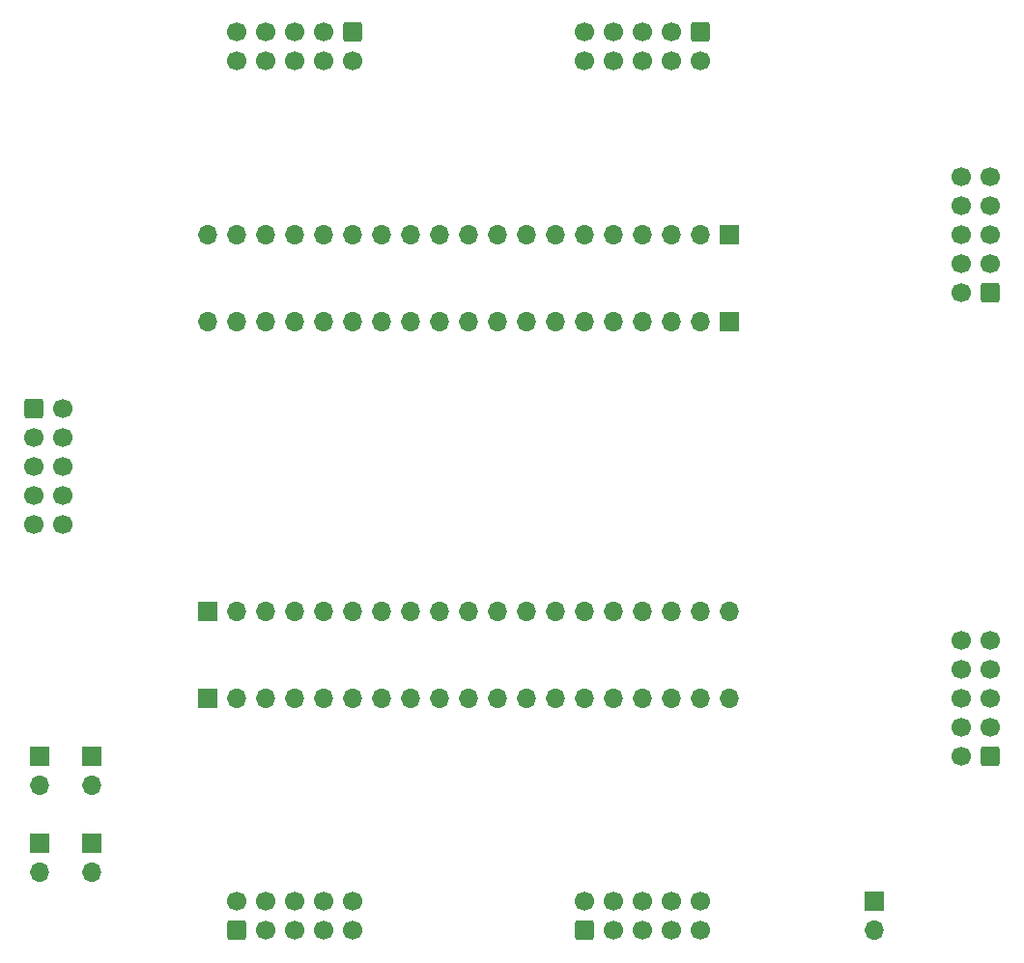
<source format=gbr>
%TF.GenerationSoftware,KiCad,Pcbnew,7.0.1*%
%TF.CreationDate,2023-04-12T13:59:21-04:00*%
%TF.ProjectId,PCB_BioGenius,5043425f-4269-46f4-9765-6e6975732e6b,rev?*%
%TF.SameCoordinates,Original*%
%TF.FileFunction,Soldermask,Top*%
%TF.FilePolarity,Negative*%
%FSLAX46Y46*%
G04 Gerber Fmt 4.6, Leading zero omitted, Abs format (unit mm)*
G04 Created by KiCad (PCBNEW 7.0.1) date 2023-04-12 13:59:21*
%MOMM*%
%LPD*%
G01*
G04 APERTURE LIST*
G04 Aperture macros list*
%AMRoundRect*
0 Rectangle with rounded corners*
0 $1 Rounding radius*
0 $2 $3 $4 $5 $6 $7 $8 $9 X,Y pos of 4 corners*
0 Add a 4 corners polygon primitive as box body*
4,1,4,$2,$3,$4,$5,$6,$7,$8,$9,$2,$3,0*
0 Add four circle primitives for the rounded corners*
1,1,$1+$1,$2,$3*
1,1,$1+$1,$4,$5*
1,1,$1+$1,$6,$7*
1,1,$1+$1,$8,$9*
0 Add four rect primitives between the rounded corners*
20,1,$1+$1,$2,$3,$4,$5,0*
20,1,$1+$1,$4,$5,$6,$7,0*
20,1,$1+$1,$6,$7,$8,$9,0*
20,1,$1+$1,$8,$9,$2,$3,0*%
G04 Aperture macros list end*
%ADD10RoundRect,0.250000X0.600000X0.600000X-0.600000X0.600000X-0.600000X-0.600000X0.600000X-0.600000X0*%
%ADD11C,1.700000*%
%ADD12RoundRect,0.250000X-0.600000X0.600000X-0.600000X-0.600000X0.600000X-0.600000X0.600000X0.600000X0*%
%ADD13R,1.700000X1.700000*%
%ADD14O,1.700000X1.700000*%
%ADD15RoundRect,0.250000X-0.600000X-0.600000X0.600000X-0.600000X0.600000X0.600000X-0.600000X0.600000X0*%
%ADD16RoundRect,0.250000X0.600000X-0.600000X0.600000X0.600000X-0.600000X0.600000X-0.600000X-0.600000X0*%
G04 APERTURE END LIST*
D10*
%TO.C,J4*%
X172720000Y-109220000D03*
D11*
X170180000Y-109220000D03*
X172720000Y-106680000D03*
X170180000Y-106680000D03*
X172720000Y-104140000D03*
X170180000Y-104140000D03*
X172720000Y-101600000D03*
X170180000Y-101600000D03*
X172720000Y-99060000D03*
X170180000Y-99060000D03*
%TD*%
D12*
%TO.C,J6*%
X147320000Y-86360000D03*
D11*
X147320000Y-88900000D03*
X144780000Y-86360000D03*
X144780000Y-88900000D03*
X142240000Y-86360000D03*
X142240000Y-88900000D03*
X139700000Y-86360000D03*
X139700000Y-88900000D03*
X137160000Y-86360000D03*
X137160000Y-88900000D03*
%TD*%
D13*
%TO.C,J15*%
X89380000Y-149860000D03*
D14*
X89380000Y-152400000D03*
%TD*%
D15*
%TO.C,J11*%
X88900000Y-119380000D03*
D11*
X91440000Y-119380000D03*
X88900000Y-121920000D03*
X91440000Y-121920000D03*
X88900000Y-124460000D03*
X91440000Y-124460000D03*
X88900000Y-127000000D03*
X91440000Y-127000000D03*
X88900000Y-129540000D03*
X91440000Y-129540000D03*
%TD*%
D16*
%TO.C,J2*%
X137160000Y-165100000D03*
D11*
X137160000Y-162560000D03*
X139700000Y-165100000D03*
X139700000Y-162560000D03*
X142240000Y-165100000D03*
X142240000Y-162560000D03*
X144780000Y-165100000D03*
X144780000Y-162560000D03*
X147320000Y-165100000D03*
X147320000Y-162560000D03*
%TD*%
D13*
%TO.C,J12*%
X162560000Y-162560000D03*
D14*
X162560000Y-165100000D03*
%TD*%
D12*
%TO.C,J5*%
X116840000Y-86360000D03*
D11*
X116840000Y-88900000D03*
X114300000Y-86360000D03*
X114300000Y-88900000D03*
X111760000Y-86360000D03*
X111760000Y-88900000D03*
X109220000Y-86360000D03*
X109220000Y-88900000D03*
X106680000Y-86360000D03*
X106680000Y-88900000D03*
%TD*%
D16*
%TO.C,J1*%
X106680000Y-165100000D03*
D11*
X106680000Y-162560000D03*
X109220000Y-165100000D03*
X109220000Y-162560000D03*
X111760000Y-165100000D03*
X111760000Y-162560000D03*
X114300000Y-165100000D03*
X114300000Y-162560000D03*
X116840000Y-165100000D03*
X116840000Y-162560000D03*
%TD*%
D13*
%TO.C,J9*%
X104140000Y-137160000D03*
D14*
X106680000Y-137160000D03*
X109220000Y-137160000D03*
X111760000Y-137160000D03*
X114300000Y-137160000D03*
X116840000Y-137160000D03*
X119380000Y-137160000D03*
X121920000Y-137160000D03*
X124460000Y-137160000D03*
X127000000Y-137160000D03*
X129540000Y-137160000D03*
X132080000Y-137160000D03*
X134620000Y-137160000D03*
X137160000Y-137160000D03*
X139700000Y-137160000D03*
X142240000Y-137160000D03*
X144780000Y-137160000D03*
X147320000Y-137160000D03*
X149860000Y-137160000D03*
%TD*%
D10*
%TO.C,J3*%
X172720000Y-149860000D03*
D11*
X170180000Y-149860000D03*
X172720000Y-147320000D03*
X170180000Y-147320000D03*
X172720000Y-144780000D03*
X170180000Y-144780000D03*
X172720000Y-142240000D03*
X170180000Y-142240000D03*
X172720000Y-139700000D03*
X170180000Y-139700000D03*
%TD*%
D13*
%TO.C,J13*%
X89380000Y-157480000D03*
D14*
X89380000Y-160020000D03*
%TD*%
D13*
%TO.C,J7*%
X104140000Y-144780000D03*
D14*
X106680000Y-144780000D03*
X109220000Y-144780000D03*
X111760000Y-144780000D03*
X114300000Y-144780000D03*
X116840000Y-144780000D03*
X119380000Y-144780000D03*
X121920000Y-144780000D03*
X124460000Y-144780000D03*
X127000000Y-144780000D03*
X129540000Y-144780000D03*
X132080000Y-144780000D03*
X134620000Y-144780000D03*
X137160000Y-144780000D03*
X139700000Y-144780000D03*
X142240000Y-144780000D03*
X144780000Y-144780000D03*
X147320000Y-144780000D03*
X149860000Y-144780000D03*
%TD*%
D13*
%TO.C,J8*%
X149860000Y-104140000D03*
D14*
X147320000Y-104140000D03*
X144780000Y-104140000D03*
X142240000Y-104140000D03*
X139700000Y-104140000D03*
X137160000Y-104140000D03*
X134620000Y-104140000D03*
X132080000Y-104140000D03*
X129540000Y-104140000D03*
X127000000Y-104140000D03*
X124460000Y-104140000D03*
X121920000Y-104140000D03*
X119380000Y-104140000D03*
X116840000Y-104140000D03*
X114300000Y-104140000D03*
X111760000Y-104140000D03*
X109220000Y-104140000D03*
X106680000Y-104140000D03*
X104140000Y-104140000D03*
%TD*%
D13*
%TO.C,J16*%
X93980000Y-149860000D03*
D14*
X93980000Y-152400000D03*
%TD*%
D13*
%TO.C,J10*%
X149860000Y-111760000D03*
D14*
X147320000Y-111760000D03*
X144780000Y-111760000D03*
X142240000Y-111760000D03*
X139700000Y-111760000D03*
X137160000Y-111760000D03*
X134620000Y-111760000D03*
X132080000Y-111760000D03*
X129540000Y-111760000D03*
X127000000Y-111760000D03*
X124460000Y-111760000D03*
X121920000Y-111760000D03*
X119380000Y-111760000D03*
X116840000Y-111760000D03*
X114300000Y-111760000D03*
X111760000Y-111760000D03*
X109220000Y-111760000D03*
X106680000Y-111760000D03*
X104140000Y-111760000D03*
%TD*%
D13*
%TO.C,J14*%
X93980000Y-157480000D03*
D14*
X93980000Y-160020000D03*
%TD*%
M02*

</source>
